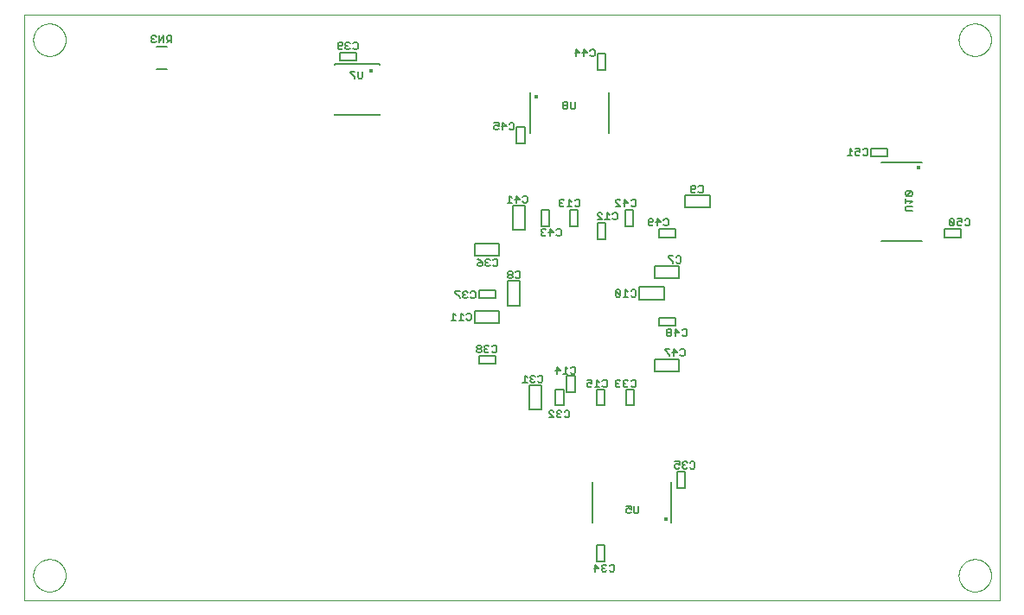
<source format=gbo>
G75*
%MOIN*%
%OFA0B0*%
%FSLAX25Y25*%
%IPPOS*%
%LPD*%
%AMOC8*
5,1,8,0,0,1.08239X$1,22.5*
%
%ADD10C,0.00000*%
%ADD11C,0.00500*%
%ADD12C,0.01575*%
D10*
X0008730Y0046472D02*
X0008730Y0272457D01*
X0384715Y0272457D01*
X0384715Y0046472D01*
X0008730Y0046472D01*
X0012126Y0056118D02*
X0012128Y0056276D01*
X0012134Y0056433D01*
X0012144Y0056591D01*
X0012158Y0056748D01*
X0012176Y0056904D01*
X0012197Y0057061D01*
X0012223Y0057216D01*
X0012253Y0057371D01*
X0012286Y0057525D01*
X0012324Y0057678D01*
X0012365Y0057831D01*
X0012410Y0057982D01*
X0012459Y0058132D01*
X0012512Y0058280D01*
X0012568Y0058428D01*
X0012629Y0058573D01*
X0012692Y0058718D01*
X0012760Y0058860D01*
X0012831Y0059001D01*
X0012905Y0059140D01*
X0012983Y0059277D01*
X0013065Y0059412D01*
X0013149Y0059545D01*
X0013238Y0059676D01*
X0013329Y0059804D01*
X0013424Y0059931D01*
X0013521Y0060054D01*
X0013622Y0060176D01*
X0013726Y0060294D01*
X0013833Y0060410D01*
X0013943Y0060523D01*
X0014055Y0060634D01*
X0014171Y0060741D01*
X0014289Y0060846D01*
X0014409Y0060948D01*
X0014532Y0061046D01*
X0014658Y0061142D01*
X0014786Y0061234D01*
X0014916Y0061323D01*
X0015048Y0061409D01*
X0015183Y0061491D01*
X0015320Y0061570D01*
X0015458Y0061645D01*
X0015598Y0061717D01*
X0015741Y0061785D01*
X0015884Y0061850D01*
X0016030Y0061911D01*
X0016177Y0061968D01*
X0016325Y0062022D01*
X0016475Y0062072D01*
X0016625Y0062118D01*
X0016777Y0062160D01*
X0016930Y0062199D01*
X0017084Y0062233D01*
X0017239Y0062264D01*
X0017394Y0062290D01*
X0017550Y0062313D01*
X0017707Y0062332D01*
X0017864Y0062347D01*
X0018021Y0062358D01*
X0018179Y0062365D01*
X0018337Y0062368D01*
X0018494Y0062367D01*
X0018652Y0062362D01*
X0018809Y0062353D01*
X0018967Y0062340D01*
X0019123Y0062323D01*
X0019280Y0062302D01*
X0019435Y0062278D01*
X0019590Y0062249D01*
X0019745Y0062216D01*
X0019898Y0062180D01*
X0020051Y0062139D01*
X0020202Y0062095D01*
X0020352Y0062047D01*
X0020501Y0061996D01*
X0020649Y0061940D01*
X0020795Y0061881D01*
X0020940Y0061818D01*
X0021083Y0061751D01*
X0021224Y0061681D01*
X0021363Y0061608D01*
X0021501Y0061531D01*
X0021637Y0061450D01*
X0021770Y0061366D01*
X0021901Y0061279D01*
X0022030Y0061188D01*
X0022157Y0061094D01*
X0022282Y0060997D01*
X0022403Y0060897D01*
X0022523Y0060794D01*
X0022639Y0060688D01*
X0022753Y0060579D01*
X0022865Y0060467D01*
X0022973Y0060353D01*
X0023078Y0060235D01*
X0023181Y0060115D01*
X0023280Y0059993D01*
X0023376Y0059868D01*
X0023469Y0059740D01*
X0023559Y0059611D01*
X0023645Y0059479D01*
X0023729Y0059345D01*
X0023808Y0059209D01*
X0023885Y0059071D01*
X0023957Y0058931D01*
X0024026Y0058789D01*
X0024092Y0058646D01*
X0024154Y0058501D01*
X0024212Y0058354D01*
X0024267Y0058206D01*
X0024318Y0058057D01*
X0024365Y0057906D01*
X0024408Y0057755D01*
X0024447Y0057602D01*
X0024483Y0057448D01*
X0024514Y0057294D01*
X0024542Y0057139D01*
X0024566Y0056983D01*
X0024586Y0056826D01*
X0024602Y0056669D01*
X0024614Y0056512D01*
X0024622Y0056355D01*
X0024626Y0056197D01*
X0024626Y0056039D01*
X0024622Y0055881D01*
X0024614Y0055724D01*
X0024602Y0055567D01*
X0024586Y0055410D01*
X0024566Y0055253D01*
X0024542Y0055097D01*
X0024514Y0054942D01*
X0024483Y0054788D01*
X0024447Y0054634D01*
X0024408Y0054481D01*
X0024365Y0054330D01*
X0024318Y0054179D01*
X0024267Y0054030D01*
X0024212Y0053882D01*
X0024154Y0053735D01*
X0024092Y0053590D01*
X0024026Y0053447D01*
X0023957Y0053305D01*
X0023885Y0053165D01*
X0023808Y0053027D01*
X0023729Y0052891D01*
X0023645Y0052757D01*
X0023559Y0052625D01*
X0023469Y0052496D01*
X0023376Y0052368D01*
X0023280Y0052243D01*
X0023181Y0052121D01*
X0023078Y0052001D01*
X0022973Y0051883D01*
X0022865Y0051769D01*
X0022753Y0051657D01*
X0022639Y0051548D01*
X0022523Y0051442D01*
X0022403Y0051339D01*
X0022282Y0051239D01*
X0022157Y0051142D01*
X0022030Y0051048D01*
X0021901Y0050957D01*
X0021770Y0050870D01*
X0021637Y0050786D01*
X0021501Y0050705D01*
X0021363Y0050628D01*
X0021224Y0050555D01*
X0021083Y0050485D01*
X0020940Y0050418D01*
X0020795Y0050355D01*
X0020649Y0050296D01*
X0020501Y0050240D01*
X0020352Y0050189D01*
X0020202Y0050141D01*
X0020051Y0050097D01*
X0019898Y0050056D01*
X0019745Y0050020D01*
X0019590Y0049987D01*
X0019435Y0049958D01*
X0019280Y0049934D01*
X0019123Y0049913D01*
X0018967Y0049896D01*
X0018809Y0049883D01*
X0018652Y0049874D01*
X0018494Y0049869D01*
X0018337Y0049868D01*
X0018179Y0049871D01*
X0018021Y0049878D01*
X0017864Y0049889D01*
X0017707Y0049904D01*
X0017550Y0049923D01*
X0017394Y0049946D01*
X0017239Y0049972D01*
X0017084Y0050003D01*
X0016930Y0050037D01*
X0016777Y0050076D01*
X0016625Y0050118D01*
X0016475Y0050164D01*
X0016325Y0050214D01*
X0016177Y0050268D01*
X0016030Y0050325D01*
X0015884Y0050386D01*
X0015741Y0050451D01*
X0015598Y0050519D01*
X0015458Y0050591D01*
X0015320Y0050666D01*
X0015183Y0050745D01*
X0015048Y0050827D01*
X0014916Y0050913D01*
X0014786Y0051002D01*
X0014658Y0051094D01*
X0014532Y0051190D01*
X0014409Y0051288D01*
X0014289Y0051390D01*
X0014171Y0051495D01*
X0014055Y0051602D01*
X0013943Y0051713D01*
X0013833Y0051826D01*
X0013726Y0051942D01*
X0013622Y0052060D01*
X0013521Y0052182D01*
X0013424Y0052305D01*
X0013329Y0052432D01*
X0013238Y0052560D01*
X0013149Y0052691D01*
X0013065Y0052824D01*
X0012983Y0052959D01*
X0012905Y0053096D01*
X0012831Y0053235D01*
X0012760Y0053376D01*
X0012692Y0053518D01*
X0012629Y0053663D01*
X0012568Y0053808D01*
X0012512Y0053956D01*
X0012459Y0054104D01*
X0012410Y0054254D01*
X0012365Y0054405D01*
X0012324Y0054558D01*
X0012286Y0054711D01*
X0012253Y0054865D01*
X0012223Y0055020D01*
X0012197Y0055175D01*
X0012176Y0055332D01*
X0012158Y0055488D01*
X0012144Y0055645D01*
X0012134Y0055803D01*
X0012128Y0055960D01*
X0012126Y0056118D01*
X0012126Y0262811D02*
X0012128Y0262969D01*
X0012134Y0263126D01*
X0012144Y0263284D01*
X0012158Y0263441D01*
X0012176Y0263597D01*
X0012197Y0263754D01*
X0012223Y0263909D01*
X0012253Y0264064D01*
X0012286Y0264218D01*
X0012324Y0264371D01*
X0012365Y0264524D01*
X0012410Y0264675D01*
X0012459Y0264825D01*
X0012512Y0264973D01*
X0012568Y0265121D01*
X0012629Y0265266D01*
X0012692Y0265411D01*
X0012760Y0265553D01*
X0012831Y0265694D01*
X0012905Y0265833D01*
X0012983Y0265970D01*
X0013065Y0266105D01*
X0013149Y0266238D01*
X0013238Y0266369D01*
X0013329Y0266497D01*
X0013424Y0266624D01*
X0013521Y0266747D01*
X0013622Y0266869D01*
X0013726Y0266987D01*
X0013833Y0267103D01*
X0013943Y0267216D01*
X0014055Y0267327D01*
X0014171Y0267434D01*
X0014289Y0267539D01*
X0014409Y0267641D01*
X0014532Y0267739D01*
X0014658Y0267835D01*
X0014786Y0267927D01*
X0014916Y0268016D01*
X0015048Y0268102D01*
X0015183Y0268184D01*
X0015320Y0268263D01*
X0015458Y0268338D01*
X0015598Y0268410D01*
X0015741Y0268478D01*
X0015884Y0268543D01*
X0016030Y0268604D01*
X0016177Y0268661D01*
X0016325Y0268715D01*
X0016475Y0268765D01*
X0016625Y0268811D01*
X0016777Y0268853D01*
X0016930Y0268892D01*
X0017084Y0268926D01*
X0017239Y0268957D01*
X0017394Y0268983D01*
X0017550Y0269006D01*
X0017707Y0269025D01*
X0017864Y0269040D01*
X0018021Y0269051D01*
X0018179Y0269058D01*
X0018337Y0269061D01*
X0018494Y0269060D01*
X0018652Y0269055D01*
X0018809Y0269046D01*
X0018967Y0269033D01*
X0019123Y0269016D01*
X0019280Y0268995D01*
X0019435Y0268971D01*
X0019590Y0268942D01*
X0019745Y0268909D01*
X0019898Y0268873D01*
X0020051Y0268832D01*
X0020202Y0268788D01*
X0020352Y0268740D01*
X0020501Y0268689D01*
X0020649Y0268633D01*
X0020795Y0268574D01*
X0020940Y0268511D01*
X0021083Y0268444D01*
X0021224Y0268374D01*
X0021363Y0268301D01*
X0021501Y0268224D01*
X0021637Y0268143D01*
X0021770Y0268059D01*
X0021901Y0267972D01*
X0022030Y0267881D01*
X0022157Y0267787D01*
X0022282Y0267690D01*
X0022403Y0267590D01*
X0022523Y0267487D01*
X0022639Y0267381D01*
X0022753Y0267272D01*
X0022865Y0267160D01*
X0022973Y0267046D01*
X0023078Y0266928D01*
X0023181Y0266808D01*
X0023280Y0266686D01*
X0023376Y0266561D01*
X0023469Y0266433D01*
X0023559Y0266304D01*
X0023645Y0266172D01*
X0023729Y0266038D01*
X0023808Y0265902D01*
X0023885Y0265764D01*
X0023957Y0265624D01*
X0024026Y0265482D01*
X0024092Y0265339D01*
X0024154Y0265194D01*
X0024212Y0265047D01*
X0024267Y0264899D01*
X0024318Y0264750D01*
X0024365Y0264599D01*
X0024408Y0264448D01*
X0024447Y0264295D01*
X0024483Y0264141D01*
X0024514Y0263987D01*
X0024542Y0263832D01*
X0024566Y0263676D01*
X0024586Y0263519D01*
X0024602Y0263362D01*
X0024614Y0263205D01*
X0024622Y0263048D01*
X0024626Y0262890D01*
X0024626Y0262732D01*
X0024622Y0262574D01*
X0024614Y0262417D01*
X0024602Y0262260D01*
X0024586Y0262103D01*
X0024566Y0261946D01*
X0024542Y0261790D01*
X0024514Y0261635D01*
X0024483Y0261481D01*
X0024447Y0261327D01*
X0024408Y0261174D01*
X0024365Y0261023D01*
X0024318Y0260872D01*
X0024267Y0260723D01*
X0024212Y0260575D01*
X0024154Y0260428D01*
X0024092Y0260283D01*
X0024026Y0260140D01*
X0023957Y0259998D01*
X0023885Y0259858D01*
X0023808Y0259720D01*
X0023729Y0259584D01*
X0023645Y0259450D01*
X0023559Y0259318D01*
X0023469Y0259189D01*
X0023376Y0259061D01*
X0023280Y0258936D01*
X0023181Y0258814D01*
X0023078Y0258694D01*
X0022973Y0258576D01*
X0022865Y0258462D01*
X0022753Y0258350D01*
X0022639Y0258241D01*
X0022523Y0258135D01*
X0022403Y0258032D01*
X0022282Y0257932D01*
X0022157Y0257835D01*
X0022030Y0257741D01*
X0021901Y0257650D01*
X0021770Y0257563D01*
X0021637Y0257479D01*
X0021501Y0257398D01*
X0021363Y0257321D01*
X0021224Y0257248D01*
X0021083Y0257178D01*
X0020940Y0257111D01*
X0020795Y0257048D01*
X0020649Y0256989D01*
X0020501Y0256933D01*
X0020352Y0256882D01*
X0020202Y0256834D01*
X0020051Y0256790D01*
X0019898Y0256749D01*
X0019745Y0256713D01*
X0019590Y0256680D01*
X0019435Y0256651D01*
X0019280Y0256627D01*
X0019123Y0256606D01*
X0018967Y0256589D01*
X0018809Y0256576D01*
X0018652Y0256567D01*
X0018494Y0256562D01*
X0018337Y0256561D01*
X0018179Y0256564D01*
X0018021Y0256571D01*
X0017864Y0256582D01*
X0017707Y0256597D01*
X0017550Y0256616D01*
X0017394Y0256639D01*
X0017239Y0256665D01*
X0017084Y0256696D01*
X0016930Y0256730D01*
X0016777Y0256769D01*
X0016625Y0256811D01*
X0016475Y0256857D01*
X0016325Y0256907D01*
X0016177Y0256961D01*
X0016030Y0257018D01*
X0015884Y0257079D01*
X0015741Y0257144D01*
X0015598Y0257212D01*
X0015458Y0257284D01*
X0015320Y0257359D01*
X0015183Y0257438D01*
X0015048Y0257520D01*
X0014916Y0257606D01*
X0014786Y0257695D01*
X0014658Y0257787D01*
X0014532Y0257883D01*
X0014409Y0257981D01*
X0014289Y0258083D01*
X0014171Y0258188D01*
X0014055Y0258295D01*
X0013943Y0258406D01*
X0013833Y0258519D01*
X0013726Y0258635D01*
X0013622Y0258753D01*
X0013521Y0258875D01*
X0013424Y0258998D01*
X0013329Y0259125D01*
X0013238Y0259253D01*
X0013149Y0259384D01*
X0013065Y0259517D01*
X0012983Y0259652D01*
X0012905Y0259789D01*
X0012831Y0259928D01*
X0012760Y0260069D01*
X0012692Y0260211D01*
X0012629Y0260356D01*
X0012568Y0260501D01*
X0012512Y0260649D01*
X0012459Y0260797D01*
X0012410Y0260947D01*
X0012365Y0261098D01*
X0012324Y0261251D01*
X0012286Y0261404D01*
X0012253Y0261558D01*
X0012223Y0261713D01*
X0012197Y0261868D01*
X0012176Y0262025D01*
X0012158Y0262181D01*
X0012144Y0262338D01*
X0012134Y0262496D01*
X0012128Y0262653D01*
X0012126Y0262811D01*
X0368819Y0262811D02*
X0368821Y0262969D01*
X0368827Y0263126D01*
X0368837Y0263284D01*
X0368851Y0263441D01*
X0368869Y0263597D01*
X0368890Y0263754D01*
X0368916Y0263909D01*
X0368946Y0264064D01*
X0368979Y0264218D01*
X0369017Y0264371D01*
X0369058Y0264524D01*
X0369103Y0264675D01*
X0369152Y0264825D01*
X0369205Y0264973D01*
X0369261Y0265121D01*
X0369322Y0265266D01*
X0369385Y0265411D01*
X0369453Y0265553D01*
X0369524Y0265694D01*
X0369598Y0265833D01*
X0369676Y0265970D01*
X0369758Y0266105D01*
X0369842Y0266238D01*
X0369931Y0266369D01*
X0370022Y0266497D01*
X0370117Y0266624D01*
X0370214Y0266747D01*
X0370315Y0266869D01*
X0370419Y0266987D01*
X0370526Y0267103D01*
X0370636Y0267216D01*
X0370748Y0267327D01*
X0370864Y0267434D01*
X0370982Y0267539D01*
X0371102Y0267641D01*
X0371225Y0267739D01*
X0371351Y0267835D01*
X0371479Y0267927D01*
X0371609Y0268016D01*
X0371741Y0268102D01*
X0371876Y0268184D01*
X0372013Y0268263D01*
X0372151Y0268338D01*
X0372291Y0268410D01*
X0372434Y0268478D01*
X0372577Y0268543D01*
X0372723Y0268604D01*
X0372870Y0268661D01*
X0373018Y0268715D01*
X0373168Y0268765D01*
X0373318Y0268811D01*
X0373470Y0268853D01*
X0373623Y0268892D01*
X0373777Y0268926D01*
X0373932Y0268957D01*
X0374087Y0268983D01*
X0374243Y0269006D01*
X0374400Y0269025D01*
X0374557Y0269040D01*
X0374714Y0269051D01*
X0374872Y0269058D01*
X0375030Y0269061D01*
X0375187Y0269060D01*
X0375345Y0269055D01*
X0375502Y0269046D01*
X0375660Y0269033D01*
X0375816Y0269016D01*
X0375973Y0268995D01*
X0376128Y0268971D01*
X0376283Y0268942D01*
X0376438Y0268909D01*
X0376591Y0268873D01*
X0376744Y0268832D01*
X0376895Y0268788D01*
X0377045Y0268740D01*
X0377194Y0268689D01*
X0377342Y0268633D01*
X0377488Y0268574D01*
X0377633Y0268511D01*
X0377776Y0268444D01*
X0377917Y0268374D01*
X0378056Y0268301D01*
X0378194Y0268224D01*
X0378330Y0268143D01*
X0378463Y0268059D01*
X0378594Y0267972D01*
X0378723Y0267881D01*
X0378850Y0267787D01*
X0378975Y0267690D01*
X0379096Y0267590D01*
X0379216Y0267487D01*
X0379332Y0267381D01*
X0379446Y0267272D01*
X0379558Y0267160D01*
X0379666Y0267046D01*
X0379771Y0266928D01*
X0379874Y0266808D01*
X0379973Y0266686D01*
X0380069Y0266561D01*
X0380162Y0266433D01*
X0380252Y0266304D01*
X0380338Y0266172D01*
X0380422Y0266038D01*
X0380501Y0265902D01*
X0380578Y0265764D01*
X0380650Y0265624D01*
X0380719Y0265482D01*
X0380785Y0265339D01*
X0380847Y0265194D01*
X0380905Y0265047D01*
X0380960Y0264899D01*
X0381011Y0264750D01*
X0381058Y0264599D01*
X0381101Y0264448D01*
X0381140Y0264295D01*
X0381176Y0264141D01*
X0381207Y0263987D01*
X0381235Y0263832D01*
X0381259Y0263676D01*
X0381279Y0263519D01*
X0381295Y0263362D01*
X0381307Y0263205D01*
X0381315Y0263048D01*
X0381319Y0262890D01*
X0381319Y0262732D01*
X0381315Y0262574D01*
X0381307Y0262417D01*
X0381295Y0262260D01*
X0381279Y0262103D01*
X0381259Y0261946D01*
X0381235Y0261790D01*
X0381207Y0261635D01*
X0381176Y0261481D01*
X0381140Y0261327D01*
X0381101Y0261174D01*
X0381058Y0261023D01*
X0381011Y0260872D01*
X0380960Y0260723D01*
X0380905Y0260575D01*
X0380847Y0260428D01*
X0380785Y0260283D01*
X0380719Y0260140D01*
X0380650Y0259998D01*
X0380578Y0259858D01*
X0380501Y0259720D01*
X0380422Y0259584D01*
X0380338Y0259450D01*
X0380252Y0259318D01*
X0380162Y0259189D01*
X0380069Y0259061D01*
X0379973Y0258936D01*
X0379874Y0258814D01*
X0379771Y0258694D01*
X0379666Y0258576D01*
X0379558Y0258462D01*
X0379446Y0258350D01*
X0379332Y0258241D01*
X0379216Y0258135D01*
X0379096Y0258032D01*
X0378975Y0257932D01*
X0378850Y0257835D01*
X0378723Y0257741D01*
X0378594Y0257650D01*
X0378463Y0257563D01*
X0378330Y0257479D01*
X0378194Y0257398D01*
X0378056Y0257321D01*
X0377917Y0257248D01*
X0377776Y0257178D01*
X0377633Y0257111D01*
X0377488Y0257048D01*
X0377342Y0256989D01*
X0377194Y0256933D01*
X0377045Y0256882D01*
X0376895Y0256834D01*
X0376744Y0256790D01*
X0376591Y0256749D01*
X0376438Y0256713D01*
X0376283Y0256680D01*
X0376128Y0256651D01*
X0375973Y0256627D01*
X0375816Y0256606D01*
X0375660Y0256589D01*
X0375502Y0256576D01*
X0375345Y0256567D01*
X0375187Y0256562D01*
X0375030Y0256561D01*
X0374872Y0256564D01*
X0374714Y0256571D01*
X0374557Y0256582D01*
X0374400Y0256597D01*
X0374243Y0256616D01*
X0374087Y0256639D01*
X0373932Y0256665D01*
X0373777Y0256696D01*
X0373623Y0256730D01*
X0373470Y0256769D01*
X0373318Y0256811D01*
X0373168Y0256857D01*
X0373018Y0256907D01*
X0372870Y0256961D01*
X0372723Y0257018D01*
X0372577Y0257079D01*
X0372434Y0257144D01*
X0372291Y0257212D01*
X0372151Y0257284D01*
X0372013Y0257359D01*
X0371876Y0257438D01*
X0371741Y0257520D01*
X0371609Y0257606D01*
X0371479Y0257695D01*
X0371351Y0257787D01*
X0371225Y0257883D01*
X0371102Y0257981D01*
X0370982Y0258083D01*
X0370864Y0258188D01*
X0370748Y0258295D01*
X0370636Y0258406D01*
X0370526Y0258519D01*
X0370419Y0258635D01*
X0370315Y0258753D01*
X0370214Y0258875D01*
X0370117Y0258998D01*
X0370022Y0259125D01*
X0369931Y0259253D01*
X0369842Y0259384D01*
X0369758Y0259517D01*
X0369676Y0259652D01*
X0369598Y0259789D01*
X0369524Y0259928D01*
X0369453Y0260069D01*
X0369385Y0260211D01*
X0369322Y0260356D01*
X0369261Y0260501D01*
X0369205Y0260649D01*
X0369152Y0260797D01*
X0369103Y0260947D01*
X0369058Y0261098D01*
X0369017Y0261251D01*
X0368979Y0261404D01*
X0368946Y0261558D01*
X0368916Y0261713D01*
X0368890Y0261868D01*
X0368869Y0262025D01*
X0368851Y0262181D01*
X0368837Y0262338D01*
X0368827Y0262496D01*
X0368821Y0262653D01*
X0368819Y0262811D01*
X0368819Y0056118D02*
X0368821Y0056276D01*
X0368827Y0056433D01*
X0368837Y0056591D01*
X0368851Y0056748D01*
X0368869Y0056904D01*
X0368890Y0057061D01*
X0368916Y0057216D01*
X0368946Y0057371D01*
X0368979Y0057525D01*
X0369017Y0057678D01*
X0369058Y0057831D01*
X0369103Y0057982D01*
X0369152Y0058132D01*
X0369205Y0058280D01*
X0369261Y0058428D01*
X0369322Y0058573D01*
X0369385Y0058718D01*
X0369453Y0058860D01*
X0369524Y0059001D01*
X0369598Y0059140D01*
X0369676Y0059277D01*
X0369758Y0059412D01*
X0369842Y0059545D01*
X0369931Y0059676D01*
X0370022Y0059804D01*
X0370117Y0059931D01*
X0370214Y0060054D01*
X0370315Y0060176D01*
X0370419Y0060294D01*
X0370526Y0060410D01*
X0370636Y0060523D01*
X0370748Y0060634D01*
X0370864Y0060741D01*
X0370982Y0060846D01*
X0371102Y0060948D01*
X0371225Y0061046D01*
X0371351Y0061142D01*
X0371479Y0061234D01*
X0371609Y0061323D01*
X0371741Y0061409D01*
X0371876Y0061491D01*
X0372013Y0061570D01*
X0372151Y0061645D01*
X0372291Y0061717D01*
X0372434Y0061785D01*
X0372577Y0061850D01*
X0372723Y0061911D01*
X0372870Y0061968D01*
X0373018Y0062022D01*
X0373168Y0062072D01*
X0373318Y0062118D01*
X0373470Y0062160D01*
X0373623Y0062199D01*
X0373777Y0062233D01*
X0373932Y0062264D01*
X0374087Y0062290D01*
X0374243Y0062313D01*
X0374400Y0062332D01*
X0374557Y0062347D01*
X0374714Y0062358D01*
X0374872Y0062365D01*
X0375030Y0062368D01*
X0375187Y0062367D01*
X0375345Y0062362D01*
X0375502Y0062353D01*
X0375660Y0062340D01*
X0375816Y0062323D01*
X0375973Y0062302D01*
X0376128Y0062278D01*
X0376283Y0062249D01*
X0376438Y0062216D01*
X0376591Y0062180D01*
X0376744Y0062139D01*
X0376895Y0062095D01*
X0377045Y0062047D01*
X0377194Y0061996D01*
X0377342Y0061940D01*
X0377488Y0061881D01*
X0377633Y0061818D01*
X0377776Y0061751D01*
X0377917Y0061681D01*
X0378056Y0061608D01*
X0378194Y0061531D01*
X0378330Y0061450D01*
X0378463Y0061366D01*
X0378594Y0061279D01*
X0378723Y0061188D01*
X0378850Y0061094D01*
X0378975Y0060997D01*
X0379096Y0060897D01*
X0379216Y0060794D01*
X0379332Y0060688D01*
X0379446Y0060579D01*
X0379558Y0060467D01*
X0379666Y0060353D01*
X0379771Y0060235D01*
X0379874Y0060115D01*
X0379973Y0059993D01*
X0380069Y0059868D01*
X0380162Y0059740D01*
X0380252Y0059611D01*
X0380338Y0059479D01*
X0380422Y0059345D01*
X0380501Y0059209D01*
X0380578Y0059071D01*
X0380650Y0058931D01*
X0380719Y0058789D01*
X0380785Y0058646D01*
X0380847Y0058501D01*
X0380905Y0058354D01*
X0380960Y0058206D01*
X0381011Y0058057D01*
X0381058Y0057906D01*
X0381101Y0057755D01*
X0381140Y0057602D01*
X0381176Y0057448D01*
X0381207Y0057294D01*
X0381235Y0057139D01*
X0381259Y0056983D01*
X0381279Y0056826D01*
X0381295Y0056669D01*
X0381307Y0056512D01*
X0381315Y0056355D01*
X0381319Y0056197D01*
X0381319Y0056039D01*
X0381315Y0055881D01*
X0381307Y0055724D01*
X0381295Y0055567D01*
X0381279Y0055410D01*
X0381259Y0055253D01*
X0381235Y0055097D01*
X0381207Y0054942D01*
X0381176Y0054788D01*
X0381140Y0054634D01*
X0381101Y0054481D01*
X0381058Y0054330D01*
X0381011Y0054179D01*
X0380960Y0054030D01*
X0380905Y0053882D01*
X0380847Y0053735D01*
X0380785Y0053590D01*
X0380719Y0053447D01*
X0380650Y0053305D01*
X0380578Y0053165D01*
X0380501Y0053027D01*
X0380422Y0052891D01*
X0380338Y0052757D01*
X0380252Y0052625D01*
X0380162Y0052496D01*
X0380069Y0052368D01*
X0379973Y0052243D01*
X0379874Y0052121D01*
X0379771Y0052001D01*
X0379666Y0051883D01*
X0379558Y0051769D01*
X0379446Y0051657D01*
X0379332Y0051548D01*
X0379216Y0051442D01*
X0379096Y0051339D01*
X0378975Y0051239D01*
X0378850Y0051142D01*
X0378723Y0051048D01*
X0378594Y0050957D01*
X0378463Y0050870D01*
X0378330Y0050786D01*
X0378194Y0050705D01*
X0378056Y0050628D01*
X0377917Y0050555D01*
X0377776Y0050485D01*
X0377633Y0050418D01*
X0377488Y0050355D01*
X0377342Y0050296D01*
X0377194Y0050240D01*
X0377045Y0050189D01*
X0376895Y0050141D01*
X0376744Y0050097D01*
X0376591Y0050056D01*
X0376438Y0050020D01*
X0376283Y0049987D01*
X0376128Y0049958D01*
X0375973Y0049934D01*
X0375816Y0049913D01*
X0375660Y0049896D01*
X0375502Y0049883D01*
X0375345Y0049874D01*
X0375187Y0049869D01*
X0375030Y0049868D01*
X0374872Y0049871D01*
X0374714Y0049878D01*
X0374557Y0049889D01*
X0374400Y0049904D01*
X0374243Y0049923D01*
X0374087Y0049946D01*
X0373932Y0049972D01*
X0373777Y0050003D01*
X0373623Y0050037D01*
X0373470Y0050076D01*
X0373318Y0050118D01*
X0373168Y0050164D01*
X0373018Y0050214D01*
X0372870Y0050268D01*
X0372723Y0050325D01*
X0372577Y0050386D01*
X0372434Y0050451D01*
X0372291Y0050519D01*
X0372151Y0050591D01*
X0372013Y0050666D01*
X0371876Y0050745D01*
X0371741Y0050827D01*
X0371609Y0050913D01*
X0371479Y0051002D01*
X0371351Y0051094D01*
X0371225Y0051190D01*
X0371102Y0051288D01*
X0370982Y0051390D01*
X0370864Y0051495D01*
X0370748Y0051602D01*
X0370636Y0051713D01*
X0370526Y0051826D01*
X0370419Y0051942D01*
X0370315Y0052060D01*
X0370214Y0052182D01*
X0370117Y0052305D01*
X0370022Y0052432D01*
X0369931Y0052560D01*
X0369842Y0052691D01*
X0369758Y0052824D01*
X0369676Y0052959D01*
X0369598Y0053096D01*
X0369524Y0053235D01*
X0369453Y0053376D01*
X0369385Y0053518D01*
X0369322Y0053663D01*
X0369261Y0053808D01*
X0369205Y0053956D01*
X0369152Y0054104D01*
X0369103Y0054254D01*
X0369058Y0054405D01*
X0369017Y0054558D01*
X0368979Y0054711D01*
X0368946Y0054865D01*
X0368916Y0055020D01*
X0368890Y0055175D01*
X0368869Y0055332D01*
X0368851Y0055488D01*
X0368837Y0055645D01*
X0368827Y0055803D01*
X0368821Y0055960D01*
X0368819Y0056118D01*
D11*
X0267142Y0097763D02*
X0266691Y0097313D01*
X0265791Y0097313D01*
X0265340Y0097763D01*
X0264195Y0097763D02*
X0263745Y0097313D01*
X0262844Y0097313D01*
X0262394Y0097763D01*
X0262394Y0098214D01*
X0262844Y0098664D01*
X0263294Y0098664D01*
X0262844Y0098664D02*
X0262394Y0099115D01*
X0262394Y0099565D01*
X0262844Y0100015D01*
X0263745Y0100015D01*
X0264195Y0099565D01*
X0265340Y0099565D02*
X0265791Y0100015D01*
X0266691Y0100015D01*
X0267142Y0099565D01*
X0267142Y0097763D01*
X0263455Y0096079D02*
X0260305Y0096079D01*
X0260305Y0089780D01*
X0263455Y0089780D01*
X0263455Y0096079D01*
X0261249Y0097763D02*
X0260798Y0097313D01*
X0259898Y0097313D01*
X0259447Y0097763D01*
X0259447Y0098664D01*
X0259898Y0099115D01*
X0260348Y0099115D01*
X0261249Y0098664D01*
X0261249Y0100015D01*
X0259447Y0100015D01*
X0258140Y0092142D02*
X0258140Y0076394D01*
X0245488Y0080637D02*
X0245038Y0080187D01*
X0244137Y0080187D01*
X0243687Y0080637D01*
X0243687Y0082889D01*
X0242542Y0082889D02*
X0242542Y0081538D01*
X0241641Y0081989D01*
X0241191Y0081989D01*
X0240740Y0081538D01*
X0240740Y0080637D01*
X0241191Y0080187D01*
X0242091Y0080187D01*
X0242542Y0080637D01*
X0242542Y0082889D02*
X0240740Y0082889D01*
X0245488Y0082889D02*
X0245488Y0080637D01*
X0227825Y0076394D02*
X0227825Y0092142D01*
X0229203Y0067732D02*
X0232352Y0067732D01*
X0232352Y0061433D01*
X0229203Y0061433D01*
X0229203Y0067732D01*
X0228795Y0060252D02*
X0230146Y0058900D01*
X0228345Y0058900D01*
X0228795Y0057549D02*
X0228795Y0060252D01*
X0231291Y0059801D02*
X0231291Y0059351D01*
X0231742Y0058900D01*
X0231291Y0058450D01*
X0231291Y0058000D01*
X0231742Y0057549D01*
X0232642Y0057549D01*
X0233093Y0058000D01*
X0234238Y0058000D02*
X0234688Y0057549D01*
X0235589Y0057549D01*
X0236039Y0058000D01*
X0236039Y0059801D01*
X0235589Y0060252D01*
X0234688Y0060252D01*
X0234238Y0059801D01*
X0233093Y0059801D02*
X0232642Y0060252D01*
X0231742Y0060252D01*
X0231291Y0059801D01*
X0231742Y0058900D02*
X0232192Y0058900D01*
X0218266Y0116998D02*
X0217365Y0116998D01*
X0216915Y0117448D01*
X0215770Y0117448D02*
X0215320Y0116998D01*
X0214419Y0116998D01*
X0213968Y0117448D01*
X0213968Y0117899D01*
X0214419Y0118349D01*
X0214869Y0118349D01*
X0214419Y0118349D02*
X0213968Y0118800D01*
X0213968Y0119250D01*
X0214419Y0119700D01*
X0215320Y0119700D01*
X0215770Y0119250D01*
X0216915Y0119250D02*
X0217365Y0119700D01*
X0218266Y0119700D01*
X0218717Y0119250D01*
X0218717Y0117448D01*
X0218266Y0116998D01*
X0216604Y0121669D02*
X0213455Y0121669D01*
X0213455Y0127969D01*
X0216604Y0127969D01*
X0216604Y0121669D01*
X0212823Y0119250D02*
X0212373Y0119700D01*
X0211472Y0119700D01*
X0211022Y0119250D01*
X0211022Y0118800D01*
X0212823Y0116998D01*
X0211022Y0116998D01*
X0207943Y0120094D02*
X0203219Y0120094D01*
X0203219Y0129543D01*
X0207943Y0129543D01*
X0207943Y0120094D01*
X0217785Y0126787D02*
X0220935Y0126787D01*
X0220935Y0133087D01*
X0217785Y0133087D01*
X0217785Y0126787D01*
X0225589Y0129259D02*
X0226039Y0128809D01*
X0226940Y0128809D01*
X0227390Y0129259D01*
X0227390Y0130160D02*
X0226490Y0130611D01*
X0226039Y0130611D01*
X0225589Y0130160D01*
X0225589Y0129259D01*
X0227390Y0130160D02*
X0227390Y0131511D01*
X0225589Y0131511D01*
X0229436Y0131511D02*
X0229436Y0128809D01*
X0229203Y0127969D02*
X0232352Y0127969D01*
X0232352Y0121669D01*
X0229203Y0121669D01*
X0229203Y0127969D01*
X0228535Y0128809D02*
X0230337Y0128809D01*
X0231482Y0129259D02*
X0231932Y0128809D01*
X0232833Y0128809D01*
X0233283Y0129259D01*
X0233283Y0131061D01*
X0232833Y0131511D01*
X0231932Y0131511D01*
X0231482Y0131061D01*
X0230337Y0130611D02*
X0229436Y0131511D01*
X0236613Y0131061D02*
X0236613Y0130611D01*
X0237063Y0130160D01*
X0236613Y0129710D01*
X0236613Y0129259D01*
X0237063Y0128809D01*
X0237964Y0128809D01*
X0238414Y0129259D01*
X0239559Y0129259D02*
X0240009Y0128809D01*
X0240910Y0128809D01*
X0241361Y0129259D01*
X0242506Y0129259D02*
X0242956Y0128809D01*
X0243857Y0128809D01*
X0244307Y0129259D01*
X0244307Y0131061D01*
X0243857Y0131511D01*
X0242956Y0131511D01*
X0242506Y0131061D01*
X0241361Y0131061D02*
X0240910Y0131511D01*
X0240009Y0131511D01*
X0239559Y0131061D01*
X0239559Y0130611D01*
X0240009Y0130160D01*
X0239559Y0129710D01*
X0239559Y0129259D01*
X0240009Y0130160D02*
X0240460Y0130160D01*
X0240620Y0127969D02*
X0240620Y0121669D01*
X0243770Y0121669D01*
X0243770Y0127969D01*
X0240620Y0127969D01*
X0238414Y0131061D02*
X0237964Y0131511D01*
X0237063Y0131511D01*
X0236613Y0131061D01*
X0237063Y0130160D02*
X0237513Y0130160D01*
X0221079Y0134378D02*
X0221079Y0136179D01*
X0220628Y0136629D01*
X0219728Y0136629D01*
X0219277Y0136179D01*
X0218132Y0135729D02*
X0217231Y0136629D01*
X0217231Y0133927D01*
X0216331Y0133927D02*
X0218132Y0133927D01*
X0219277Y0134378D02*
X0219728Y0133927D01*
X0220628Y0133927D01*
X0221079Y0134378D01*
X0215186Y0135278D02*
X0213384Y0135278D01*
X0213835Y0133927D02*
X0213835Y0136629D01*
X0215186Y0135278D01*
X0208480Y0132833D02*
X0208480Y0131031D01*
X0208030Y0130581D01*
X0207129Y0130581D01*
X0206679Y0131031D01*
X0205534Y0131031D02*
X0205083Y0130581D01*
X0204183Y0130581D01*
X0203732Y0131031D01*
X0203732Y0131481D01*
X0204183Y0131932D01*
X0204633Y0131932D01*
X0204183Y0131932D02*
X0203732Y0132382D01*
X0203732Y0132833D01*
X0204183Y0133283D01*
X0205083Y0133283D01*
X0205534Y0132833D01*
X0206679Y0132833D02*
X0207129Y0133283D01*
X0208030Y0133283D01*
X0208480Y0132833D01*
X0202587Y0132382D02*
X0201687Y0133283D01*
X0201687Y0130581D01*
X0202587Y0130581D02*
X0200786Y0130581D01*
X0190226Y0137811D02*
X0190226Y0140961D01*
X0183927Y0140961D01*
X0183927Y0137811D01*
X0190226Y0137811D01*
X0190313Y0142195D02*
X0189413Y0142195D01*
X0188962Y0142645D01*
X0187817Y0142645D02*
X0187367Y0142195D01*
X0186466Y0142195D01*
X0186016Y0142645D01*
X0186016Y0143096D01*
X0186466Y0143546D01*
X0186916Y0143546D01*
X0186466Y0143546D02*
X0186016Y0143996D01*
X0186016Y0144447D01*
X0186466Y0144897D01*
X0187367Y0144897D01*
X0187817Y0144447D01*
X0188962Y0144447D02*
X0189413Y0144897D01*
X0190313Y0144897D01*
X0190764Y0144447D01*
X0190764Y0142645D01*
X0190313Y0142195D01*
X0184871Y0142645D02*
X0184871Y0143096D01*
X0184420Y0143546D01*
X0183520Y0143546D01*
X0183069Y0143096D01*
X0183069Y0142645D01*
X0183520Y0142195D01*
X0184420Y0142195D01*
X0184871Y0142645D01*
X0184420Y0143546D02*
X0184871Y0143996D01*
X0184871Y0144447D01*
X0184420Y0144897D01*
X0183520Y0144897D01*
X0183069Y0144447D01*
X0183069Y0143996D01*
X0183520Y0143546D01*
X0182352Y0153559D02*
X0182352Y0158283D01*
X0191801Y0158283D01*
X0191801Y0153559D01*
X0182352Y0153559D01*
X0180921Y0155047D02*
X0180471Y0154596D01*
X0179570Y0154596D01*
X0179120Y0155047D01*
X0177975Y0154596D02*
X0176173Y0154596D01*
X0177074Y0154596D02*
X0177074Y0157299D01*
X0177975Y0156398D01*
X0179120Y0156848D02*
X0179570Y0157299D01*
X0180471Y0157299D01*
X0180921Y0156848D01*
X0180921Y0155047D01*
X0175028Y0154596D02*
X0173227Y0154596D01*
X0174127Y0154596D02*
X0174127Y0157299D01*
X0175028Y0156398D01*
X0176603Y0163061D02*
X0176603Y0163511D01*
X0174801Y0165313D01*
X0174801Y0165763D01*
X0176603Y0165763D01*
X0177748Y0165313D02*
X0177748Y0164863D01*
X0178198Y0164412D01*
X0177748Y0163962D01*
X0177748Y0163511D01*
X0178198Y0163061D01*
X0179099Y0163061D01*
X0179550Y0163511D01*
X0180695Y0163511D02*
X0181145Y0163061D01*
X0182046Y0163061D01*
X0182496Y0163511D01*
X0182496Y0165313D01*
X0182046Y0165763D01*
X0181145Y0165763D01*
X0180695Y0165313D01*
X0179550Y0165313D02*
X0179099Y0165763D01*
X0178198Y0165763D01*
X0177748Y0165313D01*
X0178198Y0164412D02*
X0178649Y0164412D01*
X0183927Y0163008D02*
X0183927Y0166157D01*
X0190226Y0166157D01*
X0190226Y0163008D01*
X0183927Y0163008D01*
X0194951Y0160252D02*
X0199675Y0160252D01*
X0199675Y0169701D01*
X0194951Y0169701D01*
X0194951Y0160252D01*
X0195521Y0170738D02*
X0195071Y0171189D01*
X0195071Y0171639D01*
X0195521Y0172089D01*
X0196422Y0172089D01*
X0196872Y0172540D01*
X0196872Y0172990D01*
X0196422Y0173440D01*
X0195521Y0173440D01*
X0195071Y0172990D01*
X0195071Y0172540D01*
X0195521Y0172089D01*
X0196422Y0172089D02*
X0196872Y0171639D01*
X0196872Y0171189D01*
X0196422Y0170738D01*
X0195521Y0170738D01*
X0198017Y0171189D02*
X0198468Y0170738D01*
X0199369Y0170738D01*
X0199819Y0171189D01*
X0199819Y0172990D01*
X0199369Y0173440D01*
X0198468Y0173440D01*
X0198017Y0172990D01*
X0191157Y0175913D02*
X0190707Y0175463D01*
X0189806Y0175463D01*
X0189356Y0175913D01*
X0188211Y0175913D02*
X0187761Y0175463D01*
X0186860Y0175463D01*
X0186409Y0175913D01*
X0186409Y0176363D01*
X0186860Y0176814D01*
X0187310Y0176814D01*
X0186860Y0176814D02*
X0186409Y0177264D01*
X0186409Y0177715D01*
X0186860Y0178165D01*
X0187761Y0178165D01*
X0188211Y0177715D01*
X0189356Y0177715D02*
X0189806Y0178165D01*
X0190707Y0178165D01*
X0191157Y0177715D01*
X0191157Y0175913D01*
X0191801Y0179543D02*
X0191801Y0184268D01*
X0182352Y0184268D01*
X0182352Y0179543D01*
X0191801Y0179543D01*
X0185264Y0176814D02*
X0183913Y0176814D01*
X0183463Y0176363D01*
X0183463Y0175913D01*
X0183913Y0175463D01*
X0184814Y0175463D01*
X0185264Y0175913D01*
X0185264Y0176814D01*
X0184364Y0177715D01*
X0183463Y0178165D01*
X0196919Y0189386D02*
X0201644Y0189386D01*
X0201644Y0198835D01*
X0196919Y0198835D01*
X0196919Y0189386D01*
X0207872Y0189329D02*
X0207872Y0188878D01*
X0208323Y0188428D01*
X0207872Y0187978D01*
X0207872Y0187527D01*
X0208323Y0187077D01*
X0209224Y0187077D01*
X0209674Y0187527D01*
X0208773Y0188428D02*
X0208323Y0188428D01*
X0207872Y0189329D02*
X0208323Y0189779D01*
X0209224Y0189779D01*
X0209674Y0189329D01*
X0210819Y0188428D02*
X0212620Y0188428D01*
X0211269Y0189779D01*
X0211269Y0187077D01*
X0213765Y0187527D02*
X0214216Y0187077D01*
X0215117Y0187077D01*
X0215567Y0187527D01*
X0215567Y0189329D01*
X0215117Y0189779D01*
X0214216Y0189779D01*
X0213765Y0189329D01*
X0211093Y0190961D02*
X0211093Y0197260D01*
X0207943Y0197260D01*
X0207943Y0190961D01*
X0211093Y0190961D01*
X0218967Y0190961D02*
X0222116Y0190961D01*
X0222116Y0197260D01*
X0218967Y0197260D01*
X0218967Y0190961D01*
X0218806Y0198494D02*
X0218806Y0201196D01*
X0219707Y0200296D01*
X0220852Y0200746D02*
X0221302Y0201196D01*
X0222203Y0201196D01*
X0222654Y0200746D01*
X0222654Y0198944D01*
X0222203Y0198494D01*
X0221302Y0198494D01*
X0220852Y0198944D01*
X0219707Y0198494D02*
X0217905Y0198494D01*
X0216761Y0198944D02*
X0216310Y0198494D01*
X0215409Y0198494D01*
X0214959Y0198944D01*
X0214959Y0199395D01*
X0215409Y0199845D01*
X0215860Y0199845D01*
X0215409Y0199845D02*
X0214959Y0200296D01*
X0214959Y0200746D01*
X0215409Y0201196D01*
X0216310Y0201196D01*
X0216761Y0200746D01*
X0229526Y0195628D02*
X0229976Y0196078D01*
X0230877Y0196078D01*
X0231327Y0195628D01*
X0229526Y0195628D02*
X0229526Y0195178D01*
X0231327Y0193376D01*
X0229526Y0193376D01*
X0229596Y0192142D02*
X0232746Y0192142D01*
X0232746Y0185843D01*
X0229596Y0185843D01*
X0229596Y0192142D01*
X0232472Y0193376D02*
X0234274Y0193376D01*
X0233373Y0193376D02*
X0233373Y0196078D01*
X0234274Y0195178D01*
X0235419Y0195628D02*
X0235869Y0196078D01*
X0236770Y0196078D01*
X0237220Y0195628D01*
X0237220Y0193826D01*
X0236770Y0193376D01*
X0235869Y0193376D01*
X0235419Y0193826D01*
X0240226Y0190961D02*
X0243376Y0190961D01*
X0243376Y0197260D01*
X0240226Y0197260D01*
X0240226Y0190961D01*
X0249211Y0191464D02*
X0249211Y0193266D01*
X0249661Y0193716D01*
X0250562Y0193716D01*
X0251012Y0193266D01*
X0251012Y0192815D01*
X0250562Y0192365D01*
X0249211Y0192365D01*
X0249211Y0191464D02*
X0249661Y0191014D01*
X0250562Y0191014D01*
X0251012Y0191464D01*
X0252157Y0192365D02*
X0253959Y0192365D01*
X0252608Y0193716D01*
X0252608Y0191014D01*
X0253219Y0189780D02*
X0253219Y0186630D01*
X0259518Y0186630D01*
X0259518Y0189780D01*
X0253219Y0189780D01*
X0255104Y0191464D02*
X0255554Y0191014D01*
X0256455Y0191014D01*
X0256906Y0191464D01*
X0256906Y0193266D01*
X0256455Y0193716D01*
X0255554Y0193716D01*
X0255104Y0193266D01*
X0263455Y0198047D02*
X0263455Y0202772D01*
X0272904Y0202772D01*
X0272904Y0198047D01*
X0263455Y0198047D01*
X0265994Y0203809D02*
X0265543Y0204259D01*
X0265543Y0206061D01*
X0265994Y0206511D01*
X0266894Y0206511D01*
X0267345Y0206061D01*
X0267345Y0205611D01*
X0266894Y0205160D01*
X0265543Y0205160D01*
X0265994Y0203809D02*
X0266894Y0203809D01*
X0267345Y0204259D01*
X0268490Y0204259D02*
X0268940Y0203809D01*
X0269841Y0203809D01*
X0270291Y0204259D01*
X0270291Y0206061D01*
X0269841Y0206511D01*
X0268940Y0206511D01*
X0268490Y0206061D01*
X0244307Y0200746D02*
X0244307Y0198944D01*
X0243857Y0198494D01*
X0242956Y0198494D01*
X0242506Y0198944D01*
X0241361Y0199845D02*
X0240009Y0201196D01*
X0240009Y0198494D01*
X0239559Y0199845D02*
X0241361Y0199845D01*
X0242506Y0200746D02*
X0242956Y0201196D01*
X0243857Y0201196D01*
X0244307Y0200746D01*
X0238414Y0200746D02*
X0237964Y0201196D01*
X0237063Y0201196D01*
X0236613Y0200746D01*
X0236613Y0200296D01*
X0238414Y0198494D01*
X0236613Y0198494D01*
X0256882Y0179346D02*
X0256882Y0178896D01*
X0258683Y0177094D01*
X0258683Y0176644D01*
X0259828Y0177094D02*
X0260279Y0176644D01*
X0261180Y0176644D01*
X0261630Y0177094D01*
X0261630Y0178896D01*
X0261180Y0179346D01*
X0260279Y0179346D01*
X0259828Y0178896D01*
X0258683Y0179346D02*
X0256882Y0179346D01*
X0261093Y0175606D02*
X0251644Y0175606D01*
X0251644Y0170882D01*
X0261093Y0170882D01*
X0261093Y0175606D01*
X0255187Y0167339D02*
X0255187Y0162614D01*
X0245738Y0162614D01*
X0245738Y0167339D01*
X0255187Y0167339D01*
X0244307Y0165903D02*
X0244307Y0164102D01*
X0243857Y0163652D01*
X0242956Y0163652D01*
X0242506Y0164102D01*
X0241361Y0163652D02*
X0239559Y0163652D01*
X0240460Y0163652D02*
X0240460Y0166354D01*
X0241361Y0165453D01*
X0242506Y0165903D02*
X0242956Y0166354D01*
X0243857Y0166354D01*
X0244307Y0165903D01*
X0238414Y0165903D02*
X0237964Y0166354D01*
X0237063Y0166354D01*
X0236613Y0165903D01*
X0238414Y0164102D01*
X0237964Y0163652D01*
X0237063Y0163652D01*
X0236613Y0164102D01*
X0236613Y0165903D01*
X0238414Y0165903D02*
X0238414Y0164102D01*
X0253219Y0155528D02*
X0253219Y0152378D01*
X0259518Y0152378D01*
X0259518Y0155528D01*
X0253219Y0155528D01*
X0256748Y0151196D02*
X0256298Y0150746D01*
X0256298Y0150296D01*
X0256748Y0149845D01*
X0257649Y0149845D01*
X0258099Y0150296D01*
X0258099Y0150746D01*
X0257649Y0151196D01*
X0256748Y0151196D01*
X0256748Y0149845D02*
X0256298Y0149395D01*
X0256298Y0148944D01*
X0256748Y0148494D01*
X0257649Y0148494D01*
X0258099Y0148944D01*
X0258099Y0149395D01*
X0257649Y0149845D01*
X0259244Y0149845D02*
X0261046Y0149845D01*
X0259694Y0151196D01*
X0259694Y0148494D01*
X0262191Y0148944D02*
X0262641Y0148494D01*
X0263542Y0148494D01*
X0263992Y0148944D01*
X0263992Y0150746D01*
X0263542Y0151196D01*
X0262641Y0151196D01*
X0262191Y0150746D01*
X0261854Y0143519D02*
X0262754Y0143519D01*
X0263205Y0143069D01*
X0263205Y0141267D01*
X0262754Y0140817D01*
X0261854Y0140817D01*
X0261403Y0141267D01*
X0260258Y0142168D02*
X0258457Y0142168D01*
X0258907Y0140817D02*
X0258907Y0143519D01*
X0260258Y0142168D01*
X0261403Y0143069D02*
X0261854Y0143519D01*
X0261093Y0139386D02*
X0261093Y0134661D01*
X0251644Y0134661D01*
X0251644Y0139386D01*
X0261093Y0139386D01*
X0257312Y0140817D02*
X0257312Y0141267D01*
X0255510Y0143069D01*
X0255510Y0143519D01*
X0257312Y0143519D01*
X0339045Y0185252D02*
X0354793Y0185252D01*
X0363455Y0186630D02*
X0363455Y0189780D01*
X0369754Y0189780D01*
X0369754Y0186630D01*
X0363455Y0186630D01*
X0365803Y0191014D02*
X0366704Y0191014D01*
X0367154Y0191464D01*
X0365353Y0193266D01*
X0365353Y0191464D01*
X0365803Y0191014D01*
X0367154Y0191464D02*
X0367154Y0193266D01*
X0366704Y0193716D01*
X0365803Y0193716D01*
X0365353Y0193266D01*
X0368299Y0193716D02*
X0370101Y0193716D01*
X0370101Y0192365D01*
X0369200Y0192815D01*
X0368750Y0192815D01*
X0368299Y0192365D01*
X0368299Y0191464D01*
X0368750Y0191014D01*
X0369650Y0191014D01*
X0370101Y0191464D01*
X0371246Y0191464D02*
X0371696Y0191014D01*
X0372597Y0191014D01*
X0373047Y0191464D01*
X0373047Y0193266D01*
X0372597Y0193716D01*
X0371696Y0193716D01*
X0371246Y0193266D01*
X0351053Y0196722D02*
X0348801Y0196722D01*
X0348350Y0197173D01*
X0348350Y0198074D01*
X0348801Y0198524D01*
X0351053Y0198524D01*
X0350152Y0199669D02*
X0351053Y0200570D01*
X0348350Y0200570D01*
X0348350Y0201470D02*
X0348350Y0199669D01*
X0348801Y0202615D02*
X0350602Y0204417D01*
X0348801Y0204417D01*
X0348350Y0203967D01*
X0348350Y0203066D01*
X0348801Y0202615D01*
X0350602Y0202615D01*
X0351053Y0203066D01*
X0351053Y0203967D01*
X0350602Y0204417D01*
X0354793Y0215567D02*
X0339045Y0215567D01*
X0341407Y0217732D02*
X0335108Y0217732D01*
X0335108Y0220882D01*
X0341407Y0220882D01*
X0341407Y0217732D01*
X0333677Y0218630D02*
X0333227Y0218179D01*
X0332326Y0218179D01*
X0331876Y0218630D01*
X0330731Y0218630D02*
X0330280Y0218179D01*
X0329380Y0218179D01*
X0328929Y0218630D01*
X0328929Y0219530D01*
X0329380Y0219981D01*
X0329830Y0219981D01*
X0330731Y0219530D01*
X0330731Y0220881D01*
X0328929Y0220881D01*
X0327784Y0219981D02*
X0326883Y0220881D01*
X0326883Y0218179D01*
X0325983Y0218179D02*
X0327784Y0218179D01*
X0331876Y0220431D02*
X0332326Y0220881D01*
X0333227Y0220881D01*
X0333677Y0220431D01*
X0333677Y0218630D01*
X0234124Y0226787D02*
X0234124Y0242535D01*
X0232746Y0251197D02*
X0229596Y0251197D01*
X0229596Y0257496D01*
X0232746Y0257496D01*
X0232746Y0251197D01*
X0228109Y0256368D02*
X0227208Y0256368D01*
X0226758Y0256818D01*
X0228109Y0256368D02*
X0228559Y0256818D01*
X0228559Y0258620D01*
X0228109Y0259070D01*
X0227208Y0259070D01*
X0226758Y0258620D01*
X0225613Y0257719D02*
X0223811Y0257719D01*
X0222666Y0257719D02*
X0220864Y0257719D01*
X0221315Y0256368D02*
X0221315Y0259070D01*
X0222666Y0257719D01*
X0224261Y0256368D02*
X0224261Y0259070D01*
X0225613Y0257719D01*
X0203809Y0242535D02*
X0203809Y0226787D01*
X0201644Y0229150D02*
X0201644Y0222850D01*
X0198494Y0222850D01*
X0198494Y0229150D01*
X0201644Y0229150D01*
X0197457Y0228472D02*
X0197006Y0228022D01*
X0196106Y0228022D01*
X0195655Y0228472D01*
X0194510Y0229373D02*
X0193159Y0230724D01*
X0193159Y0228022D01*
X0192709Y0229373D02*
X0194510Y0229373D01*
X0195655Y0230274D02*
X0196106Y0230724D01*
X0197006Y0230724D01*
X0197457Y0230274D01*
X0197457Y0228472D01*
X0191564Y0228472D02*
X0191113Y0228022D01*
X0190213Y0228022D01*
X0189762Y0228472D01*
X0189762Y0229373D01*
X0190213Y0229823D01*
X0190663Y0229823D01*
X0191564Y0229373D01*
X0191564Y0230724D01*
X0189762Y0230724D01*
X0216331Y0236543D02*
X0216781Y0236093D01*
X0217682Y0236093D01*
X0218132Y0236543D01*
X0218132Y0236993D01*
X0217682Y0237444D01*
X0216781Y0237444D01*
X0216331Y0236993D01*
X0216331Y0236543D01*
X0216781Y0237444D02*
X0216331Y0237894D01*
X0216331Y0238344D01*
X0216781Y0238795D01*
X0217682Y0238795D01*
X0218132Y0238344D01*
X0218132Y0237894D01*
X0217682Y0237444D01*
X0219277Y0236543D02*
X0219277Y0238795D01*
X0221079Y0238795D02*
X0221079Y0236543D01*
X0220628Y0236093D01*
X0219728Y0236093D01*
X0219277Y0236543D01*
X0202124Y0202574D02*
X0202575Y0202124D01*
X0202575Y0200322D01*
X0202124Y0199872D01*
X0201224Y0199872D01*
X0200773Y0200322D01*
X0199628Y0201223D02*
X0197827Y0201223D01*
X0196682Y0201674D02*
X0195781Y0202574D01*
X0195781Y0199872D01*
X0196682Y0199872D02*
X0194880Y0199872D01*
X0198277Y0199872D02*
X0198277Y0202574D01*
X0199628Y0201223D01*
X0200773Y0202124D02*
X0201224Y0202574D01*
X0202124Y0202574D01*
X0145738Y0233874D02*
X0145738Y0234268D01*
X0145738Y0233874D02*
X0128415Y0233874D01*
X0128415Y0234268D01*
X0136046Y0247904D02*
X0136046Y0248354D01*
X0134244Y0250155D01*
X0134244Y0250606D01*
X0136046Y0250606D01*
X0137191Y0250606D02*
X0137191Y0248354D01*
X0137641Y0247904D01*
X0138542Y0247904D01*
X0138992Y0248354D01*
X0138992Y0250606D01*
X0136683Y0254740D02*
X0136683Y0257890D01*
X0130384Y0257890D01*
X0130384Y0254740D01*
X0136683Y0254740D01*
X0136770Y0259124D02*
X0135869Y0259124D01*
X0135419Y0259574D01*
X0134274Y0259574D02*
X0133824Y0259124D01*
X0132923Y0259124D01*
X0132472Y0259574D01*
X0132472Y0260025D01*
X0132923Y0260475D01*
X0133373Y0260475D01*
X0132923Y0260475D02*
X0132472Y0260926D01*
X0132472Y0261376D01*
X0132923Y0261826D01*
X0133824Y0261826D01*
X0134274Y0261376D01*
X0135419Y0261376D02*
X0135869Y0261826D01*
X0136770Y0261826D01*
X0137220Y0261376D01*
X0137220Y0259574D01*
X0136770Y0259124D01*
X0131327Y0259574D02*
X0130877Y0259124D01*
X0129976Y0259124D01*
X0129526Y0259574D01*
X0129526Y0261376D01*
X0129976Y0261826D01*
X0130877Y0261826D01*
X0131327Y0261376D01*
X0131327Y0260926D01*
X0130877Y0260475D01*
X0129526Y0260475D01*
X0128415Y0253559D02*
X0128415Y0253165D01*
X0128415Y0253559D02*
X0145738Y0253559D01*
X0145738Y0253165D01*
X0065404Y0261683D02*
X0065404Y0264385D01*
X0064053Y0264385D01*
X0063602Y0263935D01*
X0063602Y0263034D01*
X0064053Y0262584D01*
X0065404Y0262584D01*
X0064503Y0262584D02*
X0063602Y0261683D01*
X0062457Y0261683D02*
X0062457Y0264385D01*
X0060656Y0261683D01*
X0060656Y0264385D01*
X0059511Y0263935D02*
X0059060Y0264385D01*
X0058160Y0264385D01*
X0057709Y0263935D01*
X0057709Y0263485D01*
X0058160Y0263034D01*
X0057709Y0262584D01*
X0057709Y0262133D01*
X0058160Y0261683D01*
X0059060Y0261683D01*
X0059511Y0262133D01*
X0058610Y0263034D02*
X0058160Y0263034D01*
X0059681Y0260252D02*
X0063618Y0260252D01*
X0063618Y0251591D02*
X0059681Y0251591D01*
D12*
X0142195Y0250803D03*
X0205974Y0240961D03*
X0353219Y0213402D03*
X0255974Y0077969D03*
M02*

</source>
